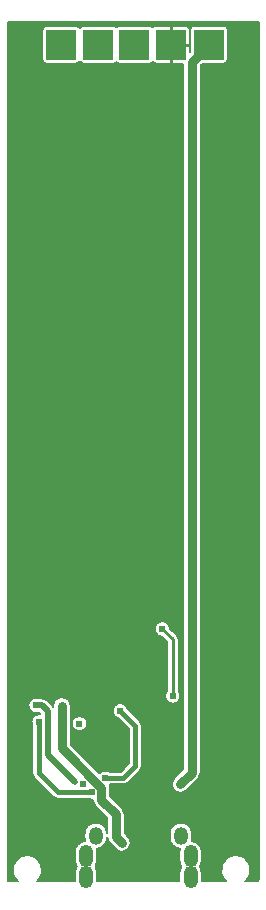
<source format=gbl>
G04 Layer: BottomLayer*
G04 EasyEDA Pro v2.2.38.8, 2025-05-13 16:51:06*
G04 Gerber Generator version 0.3*
G04 Scale: 100 percent, Rotated: No, Reflected: No*
G04 Dimensions in millimeters*
G04 Leading zeros omitted, absolute positions, 4 integers and 5 decimals*
%FSLAX45Y45*%
%MOMM*%
%ADD10C,0.2032*%
%ADD11C,0.254*%
%ADD12R,2.5X2.5*%
%ADD13O,1.2X1.5*%
%ADD14O,1.2X1.9*%
%ADD15C,0.61*%
%ADD16C,0.508*%
%ADD17C,0.381*%
%ADD18C,0.7673*%
%ADD19C,0.762*%
G75*


G04 Copper Start*
G36*
G01X3182793Y-6547306D02*
G01X2862400Y-6547529D01*
G01X2877804Y-6532014D01*
G01X2890285Y-6514063D01*
G01X2899465Y-6494220D01*
G01X2905065Y-6473086D01*
G01X2906916Y-6451302D01*
G01X2904962Y-6429526D01*
G01X2899261Y-6408419D01*
G01X2889987Y-6388620D01*
G01X2877421Y-6370728D01*
G01X2861943Y-6355287D01*
G01X2844022Y-6342763D01*
G01X2824201Y-6333536D01*
G01X2803080Y-6327886D01*
G01X2781300Y-6325984D01*
G01X2759520Y-6327886D01*
G01X2738399Y-6333536D01*
G01X2718578Y-6342763D01*
G01X2700657Y-6355287D01*
G01X2685179Y-6370728D01*
G01X2672613Y-6388620D01*
G01X2663339Y-6408419D01*
G01X2657638Y-6429526D01*
G01X2655684Y-6451302D01*
G01X2657535Y-6473086D01*
G01X2663135Y-6494220D01*
G01X2672315Y-6514063D01*
G01X2684796Y-6532014D01*
G01X2700200Y-6547529D01*
G01X2616074Y-6547529D01*
G01X2614456Y-6537723D01*
G01X2613914Y-6527800D01*
G01X2613914Y-4405494D01*
G01X3858249Y-4405494D01*
G01X3858663Y-4420845D01*
G01X3862596Y-4435690D01*
G01X3869839Y-4449231D01*
G01X3880002Y-4460744D01*
G01X3892541Y-4469610D01*
G01X3906782Y-4475354D01*
G01X3921964Y-4477669D01*
G01X3964686Y-4520391D01*
G01X3964686Y-4933190D01*
G01X3955588Y-4945561D01*
G01X3949579Y-4959694D01*
G01X3946982Y-4974829D01*
G01X3947936Y-4990156D01*
G01X3952390Y-5004853D01*
G01X3960106Y-5018131D01*
G01X3970668Y-5029278D01*
G01X3983511Y-5037697D01*
G01X3997947Y-5042936D01*
G01X4013200Y-5044714D01*
G01X4013200Y-5044714D01*
G01X4028453Y-5042936D01*
G01X4042889Y-5037697D01*
G01X4055732Y-5029278D01*
G01X4066294Y-5018131D01*
G01X4074010Y-5004853D01*
G01X4078464Y-4990156D01*
G01X4079418Y-4974829D01*
G01X4076821Y-4959694D01*
G01X4070812Y-4945561D01*
G01X4061714Y-4933190D01*
G01X4061714Y-4500296D01*
G01X4060061Y-4487739D01*
G01X4055214Y-4476039D01*
G01X4047505Y-4465991D01*
G01X3990573Y-4409060D01*
G01X3988259Y-4393878D01*
G01X3982514Y-4379636D01*
G01X3973648Y-4367098D01*
G01X3962136Y-4356935D01*
G01X3948594Y-4349692D01*
G01X3933750Y-4345758D01*
G01X3918399Y-4345345D01*
G01X3903364Y-4348473D01*
G01X3889452Y-4354976D01*
G01X3877409Y-4364505D01*
G01X3867880Y-4376548D01*
G01X3861378Y-4390460D01*
G01X3858249Y-4405494D01*
G01X2613914Y-4405494D01*
G01X2613914Y660357D01*
G01X2909184Y660357D01*
G01X2909184Y410357D01*
G01X2910937Y399290D01*
G01X2916024Y389306D01*
G01X2923947Y381383D01*
G01X2933931Y376296D01*
G01X2944998Y374543D01*
G01X3194998Y374543D01*
G01X3204630Y375862D01*
G01X3213552Y379723D01*
G01X3221107Y385842D01*
G01X3226738Y393767D01*
G01X3232369Y385842D01*
G01X3239924Y379723D01*
G01X3248846Y375862D01*
G01X3258477Y374543D01*
G01X3508477Y374543D01*
G01X3518807Y376065D01*
G01X3528259Y380502D01*
G01X3536030Y387477D01*
G01X3543800Y380502D01*
G01X3553252Y376065D01*
G01X3563582Y374543D01*
G01X3813582Y374543D01*
G01X3824411Y376219D01*
G01X3834226Y381091D01*
G01X3842109Y388703D01*
G01X3849991Y381091D01*
G01X3859806Y376219D01*
G01X3870635Y374543D01*
G01X4100021Y374543D01*
G01X4100021Y-5599849D01*
G01X4024435Y-5675435D01*
G01X4014115Y-5688375D01*
G01X4006934Y-5703288D01*
G01X4003251Y-5719424D01*
G01X4003251Y-5735976D01*
G01X4006934Y-5752112D01*
G01X4014115Y-5767025D01*
G01X4024435Y-5779965D01*
G01X4037375Y-5790285D01*
G01X4052288Y-5797466D01*
G01X4068424Y-5801149D01*
G01X4084976Y-5801149D01*
G01X4101112Y-5797466D01*
G01X4116025Y-5790285D01*
G01X4128965Y-5779965D01*
G01X4226200Y-5682730D01*
G01X4235393Y-5671529D01*
G01X4242223Y-5658750D01*
G01X4246429Y-5644885D01*
G01X4247849Y-5630465D01*
G01X4247849Y359848D01*
G01X4262544Y374543D01*
G01X4443828Y374543D01*
G01X4454895Y376296D01*
G01X4464879Y381383D01*
G01X4472802Y389306D01*
G01X4477889Y399290D01*
G01X4479642Y410357D01*
G01X4479642Y660357D01*
G01X4477889Y671424D01*
G01X4472802Y681408D01*
G01X4464879Y689331D01*
G01X4454895Y694418D01*
G01X4443828Y696171D01*
G01X4193828Y696171D01*
G01X4182761Y694418D01*
G01X4172777Y689331D01*
G01X4164854Y681408D01*
G01X4159767Y671424D01*
G01X4158014Y660357D01*
G01X4158014Y479073D01*
G01X4156449Y477508D01*
G01X4156449Y660357D01*
G01X4154696Y671424D01*
G01X4149609Y681408D01*
G01X4141686Y689331D01*
G01X4131702Y694418D01*
G01X4120635Y696171D01*
G01X3870635Y696171D01*
G01X3859806Y694494D01*
G01X3849991Y689622D01*
G01X3842109Y682011D01*
G01X3834226Y689622D01*
G01X3824411Y694494D01*
G01X3813582Y696171D01*
G01X3563582Y696171D01*
G01X3553252Y694649D01*
G01X3543800Y690212D01*
G01X3536030Y683237D01*
G01X3528259Y690212D01*
G01X3518807Y694649D01*
G01X3508477Y696171D01*
G01X3508477Y696171D01*
G01X3258477Y696171D01*
G01X3248846Y694851D01*
G01X3239924Y690990D01*
G01X3232369Y684872D01*
G01X3226738Y676947D01*
G01X3221107Y684872D01*
G01X3213552Y690990D01*
G01X3204630Y694851D01*
G01X3194998Y696171D01*
G01X2944998Y696171D01*
G01X2933931Y694418D01*
G01X2923947Y689331D01*
G01X2916024Y681408D01*
G01X2910937Y671424D01*
G01X2909184Y660357D01*
G01X2613914Y660357D01*
G01X2613914Y725008D01*
G01X4739386Y725008D01*
G01X4739386Y-6527800D01*
G01X4738844Y-6537723D01*
G01X4737226Y-6547529D01*
G01X4627700Y-6547529D01*
G01X4643104Y-6532014D01*
G01X4655585Y-6514063D01*
G01X4664765Y-6494220D01*
G01X4670365Y-6473086D01*
G01X4672216Y-6451302D01*
G01X4670262Y-6429526D01*
G01X4664561Y-6408419D01*
G01X4655287Y-6388620D01*
G01X4642721Y-6370728D01*
G01X4627243Y-6355287D01*
G01X4609322Y-6342763D01*
G01X4589501Y-6333536D01*
G01X4568380Y-6327886D01*
G01X4546600Y-6325984D01*
G01X4524820Y-6327886D01*
G01X4503699Y-6333536D01*
G01X4483878Y-6342763D01*
G01X4465957Y-6355287D01*
G01X4450479Y-6370728D01*
G01X4437913Y-6388620D01*
G01X4428639Y-6408419D01*
G01X4422938Y-6429526D01*
G01X4420984Y-6451302D01*
G01X4422835Y-6473086D01*
G01X4428435Y-6494220D01*
G01X4437615Y-6514063D01*
G01X4450096Y-6532014D01*
G01X4465500Y-6547529D01*
G01X4259407Y-6547529D01*
G01X4259407Y-6477306D01*
G01X4257623Y-6458899D01*
G01X4252335Y-6441178D01*
G01X4243742Y-6424803D01*
G01X4252335Y-6408428D01*
G01X4257623Y-6390707D01*
G01X4259407Y-6372300D01*
G01X4259407Y-6302300D01*
G01X4257771Y-6284669D01*
G01X4252918Y-6267640D01*
G01X4245015Y-6251794D01*
G01X4234331Y-6237674D01*
G01X4221230Y-6225761D01*
G01X4206162Y-6216462D01*
G01X4189639Y-6210094D01*
G01X4172227Y-6206876D01*
G01X4175731Y-6192269D01*
G01X4176908Y-6177294D01*
G01X4176908Y-6147294D01*
G01X4175067Y-6128602D01*
G01X4169615Y-6110628D01*
G01X4160761Y-6094063D01*
G01X4148845Y-6079543D01*
G01X4134326Y-6067628D01*
G01X4117761Y-6058774D01*
G01X4099787Y-6053321D01*
G01X4081094Y-6051480D01*
G01X4062402Y-6053321D01*
G01X4044428Y-6058774D01*
G01X4027863Y-6067628D01*
G01X4013344Y-6079543D01*
G01X4001428Y-6094063D01*
G01X3992574Y-6110628D01*
G01X3987121Y-6128602D01*
G01X3985280Y-6147294D01*
G01X3985280Y-6177294D01*
G01X3986917Y-6194925D01*
G01X3991769Y-6211954D01*
G01X3999673Y-6227800D01*
G01X4010357Y-6241920D01*
G01X4023457Y-6253833D01*
G01X4038526Y-6263132D01*
G01X4055048Y-6269500D01*
G01X4072461Y-6272718D01*
G01X4068957Y-6287325D01*
G01X4067780Y-6302300D01*
G01X4067780Y-6372300D01*
G01X4069564Y-6390707D01*
G01X4074852Y-6408428D01*
G01X4083445Y-6424803D01*
G01X4074852Y-6441178D01*
G01X4069564Y-6458899D01*
G01X4067780Y-6477306D01*
G01X4067780Y-6547306D01*
G01X3374420Y-6547529D01*
G01X3374420Y-6477306D01*
G01X3372636Y-6458899D01*
G01X3367348Y-6441178D01*
G01X3358755Y-6424803D01*
G01X3367348Y-6408428D01*
G01X3372636Y-6390707D01*
G01X3374420Y-6372300D01*
G01X3374420Y-6302300D01*
G01X3373243Y-6287325D01*
G01X3369739Y-6272718D01*
G01X3387062Y-6269525D01*
G01X3403508Y-6263215D01*
G01X3418520Y-6254000D01*
G01X3431592Y-6242194D01*
G01X3442282Y-6228194D01*
G01X3450228Y-6212473D01*
G01X3455162Y-6195564D01*
G01X3456917Y-6178037D01*
G01X3459088Y-6190890D01*
G01X3463483Y-6203162D01*
G01X3469966Y-6214471D01*
G01X3478335Y-6224465D01*
G01X3529135Y-6275265D01*
G01X3542075Y-6285585D01*
G01X3556988Y-6292766D01*
G01X3573124Y-6296449D01*
G01X3589676Y-6296449D01*
G01X3605812Y-6292766D01*
G01X3620725Y-6285585D01*
G01X3633665Y-6275265D01*
G01X3643985Y-6262325D01*
G01X3651166Y-6247412D01*
G01X3654849Y-6231276D01*
G01X3654849Y-6214724D01*
G01X3651166Y-6198588D01*
G01X3643985Y-6183675D01*
G01X3633665Y-6170735D01*
G01X3604514Y-6141584D01*
G01X3604514Y-5981203D01*
G01X3603094Y-5966783D01*
G01X3598888Y-5952917D01*
G01X3592057Y-5940139D01*
G01X3582865Y-5928938D01*
G01X3483257Y-5829330D01*
G01X3483257Y-5758346D01*
G01X3481819Y-5743836D01*
G01X3477560Y-5729890D01*
G01X3480125Y-5728233D01*
G01X3595276Y-5728233D01*
G01X3609476Y-5726364D01*
G01X3622708Y-5720883D01*
G01X3634071Y-5712164D01*
G01X3734495Y-5611740D01*
G01X3743214Y-5600377D01*
G01X3748695Y-5587145D01*
G01X3750564Y-5572945D01*
G01X3750564Y-5232400D01*
G01X3748695Y-5218200D01*
G01X3743214Y-5204968D01*
G01X3734495Y-5193605D01*
G01X3633834Y-5092944D01*
G01X3628984Y-5077770D01*
G01X3620655Y-5064191D01*
G01X3609328Y-5052989D01*
G01X3595657Y-5044812D01*
G01X3580430Y-5040132D01*
G01X3564526Y-5039217D01*
G01X3548863Y-5042122D01*
G01X3534345Y-5048679D01*
G01X3521809Y-5058509D01*
G01X3511979Y-5071045D01*
G01X3505422Y-5085563D01*
G01X3502517Y-5101226D01*
G01X3503432Y-5117130D01*
G01X3508112Y-5132357D01*
G01X3516289Y-5146028D01*
G01X3527491Y-5157355D01*
G01X3541070Y-5165684D01*
G01X3556244Y-5170534D01*
G01X3640836Y-5255125D01*
G01X3640836Y-5550220D01*
G01X3572551Y-5618505D01*
G01X3480127Y-5618505D01*
G01X3467331Y-5611728D01*
G01X3453370Y-5607890D01*
G01X3438908Y-5607174D01*
G01X3424635Y-5609613D01*
G01X3411232Y-5615092D01*
G01X3399338Y-5623350D01*
G01X3389519Y-5633992D01*
G01X3147314Y-5391787D01*
G01X3147314Y-5213306D01*
G01X3156553Y-5213306D01*
G01X3158480Y-5229176D01*
G01X3164149Y-5244123D01*
G01X3173230Y-5257280D01*
G01X3185196Y-5267881D01*
G01X3199352Y-5275311D01*
G01X3214874Y-5279136D01*
G01X3230860Y-5279136D01*
G01X3246382Y-5275311D01*
G01X3260538Y-5267881D01*
G01X3272504Y-5257280D01*
G01X3281585Y-5244123D01*
G01X3287254Y-5229176D01*
G01X3289181Y-5213306D01*
G01X3287254Y-5197436D01*
G01X3281585Y-5182488D01*
G01X3272504Y-5169331D01*
G01X3260538Y-5158730D01*
G01X3246382Y-5151301D01*
G01X3230860Y-5147475D01*
G01X3214874Y-5147475D01*
G01X3199352Y-5151301D01*
G01X3185196Y-5158730D01*
G01X3173230Y-5169331D01*
G01X3164149Y-5182488D01*
G01X3158480Y-5197436D01*
G01X3156553Y-5213306D01*
G01X3156553Y-5213306D01*
G01X3147314Y-5213306D01*
G01X3147314Y-5061102D01*
G01X3145461Y-5044655D01*
G01X3139994Y-5029032D01*
G01X3131188Y-5015018D01*
G01X3119485Y-5003314D01*
G01X3105470Y-4994508D01*
G01X3089847Y-4989042D01*
G01X3073400Y-4987188D01*
G01X3056953Y-4989042D01*
G01X3041330Y-4994508D01*
G01X3027315Y-5003314D01*
G01X3015612Y-5015018D01*
G01X3006806Y-5029032D01*
G01X3001339Y-5044655D01*
G01X2999486Y-5061102D01*
G01X2999486Y-5070234D01*
G01X2996421Y-5066935D01*
G01X2945621Y-5016135D01*
G01X2936345Y-5008522D01*
G01X2925762Y-5002866D01*
G01X2914279Y-4999382D01*
G01X2902337Y-4998206D01*
G01X2880932Y-4998206D01*
G01X2865466Y-4993870D01*
G01X2849411Y-4993380D01*
G01X2833708Y-4996764D01*
G01X2819281Y-5003824D01*
G01X2806974Y-5014147D01*
G01X2797510Y-5027125D01*
G01X2791444Y-5041999D01*
G01X2789133Y-5057894D01*
G01X2790711Y-5073879D01*
G01X2796086Y-5089016D01*
G01X2804943Y-5102416D01*
G01X2816762Y-5113294D01*
G01X2830849Y-5121010D01*
G01X2846379Y-5125114D01*
G01X2862440Y-5125362D01*
G01X2878089Y-5121742D01*
G01X2889757Y-5133410D01*
G01X2873983Y-5133450D01*
G01X2858664Y-5137214D01*
G01X2844668Y-5144490D01*
G01X2832787Y-5154866D01*
G01X2823692Y-5167754D01*
G01X2817898Y-5182426D01*
G01X2815734Y-5198051D01*
G01X2817321Y-5213746D01*
G01X2822570Y-5228621D01*
G01X2822569Y-5633333D01*
G01X2824439Y-5647533D01*
G01X2829920Y-5660765D01*
G01X2838639Y-5672128D01*
G01X2998363Y-5831852D01*
G01X3009725Y-5840571D01*
G01X3022957Y-5846052D01*
G01X3037157Y-5847921D01*
G01X3288294Y-5847921D01*
G01X3299114Y-5853877D01*
G01X3310851Y-5857723D01*
G01X3323097Y-5859326D01*
G01X3335429Y-5858630D01*
G01X3335429Y-5859946D01*
G01X3336849Y-5874366D01*
G01X3341055Y-5888232D01*
G01X3347886Y-5901010D01*
G01X3357078Y-5912211D01*
G01X3456686Y-6011819D01*
G01X3456686Y-6140606D01*
G01X3453329Y-6121309D01*
G01X3446118Y-6103098D01*
G01X3435354Y-6086734D01*
G01X3421488Y-6072901D01*
G01X3405098Y-6062177D01*
G01X3386870Y-6055009D01*
G01X3367565Y-6051698D01*
G01X3347990Y-6052382D01*
G01X3328963Y-6057032D01*
G01X3311280Y-6065455D01*
G01X3295679Y-6077297D01*
G01X3282812Y-6092064D01*
G01X3273216Y-6109140D01*
G01X3267294Y-6127810D01*
G01X3265292Y-6147294D01*
G01X3265292Y-6177294D01*
G01X3266469Y-6192269D01*
G01X3269973Y-6206876D01*
G01X3252561Y-6210094D01*
G01X3236038Y-6216462D01*
G01X3220970Y-6225761D01*
G01X3207869Y-6237674D01*
G01X3197185Y-6251794D01*
G01X3189282Y-6267640D01*
G01X3184429Y-6284669D01*
G01X3182793Y-6302300D01*
G01X3182793Y-6372300D01*
G01X3184577Y-6390707D01*
G01X3189865Y-6408428D01*
G01X3198458Y-6424803D01*
G01X3189865Y-6441178D01*
G01X3184577Y-6458899D01*
G01X3182793Y-6477306D01*
G01X3182793Y-6547306D01*
G37*
G54D10*
G01X3182793Y-6547306D02*
G01X2862400Y-6547529D01*
G03X2781300Y-6325984I-81100J95929D01*
G03X2700200Y-6547529I0J-125616D01*
G01X2616074Y-6547529D01*
G02X2613914Y-6527800I89026J19729D01*
G01X2613914Y725008D01*
G01X4739386Y725008D01*
G01X4739386Y-6527800D01*
G02X4737226Y-6547529I-91186J0D01*
G01X4627700Y-6547529D01*
G03X4546600Y-6325984I-81100J95929D01*
G03X4465500Y-6547529I0J-125616D01*
G01X4259407Y-6547529D01*
G01X4259407Y-6477306D01*
G03X4243742Y-6424803I-95814J0D01*
G03X4259407Y-6372300I-80148J52503D01*
G01X4259407Y-6302300D01*
G03X4172227Y-6206876I-95814J0D01*
G03X4176908Y-6177294I-91133J29582D01*
G01X4176908Y-6147294D01*
G03X3985280Y-6147294I-95814J0D01*
G01X3985280Y-6177294D01*
G03X4072461Y-6272718I95814J0D01*
G03X4067780Y-6302300I91133J-29582D01*
G01X4067780Y-6372300D01*
G03X4083445Y-6424803I95814J0D01*
G03X4067780Y-6477306I80148J-52503D01*
G01X4067780Y-6547306D01*
G01X3374420Y-6547529D01*
G01X3374420Y-6477306D01*
G03X3358755Y-6424803I-95814J0D01*
G03X3374420Y-6372300I-80148J52503D01*
G01X3374420Y-6302300D01*
G03X3369739Y-6272718I-95814J0D01*
G03X3456917Y-6178037I-8634J95424D01*
G03X3478335Y-6224465I73683J5837D01*
G01X3529135Y-6275265D01*
G03X3633665Y-6170735I52265J52265D01*
G01X3604514Y-6141584D01*
G01X3604514Y-5981203D01*
G03X3582865Y-5928938I-73914J0D01*
G01X3483257Y-5829330D01*
G01X3483257Y-5758346D01*
G03X3477560Y-5729890I-73914J0D01*
G03X3480125Y-5728233I-34683J56521D01*
G01X3595276Y-5728233D01*
G03X3634071Y-5712164I0J54864D01*
G01X3734495Y-5611740D01*
G03X3750564Y-5572945I-38795J38795D01*
G01X3750564Y-5232400D01*
G03X3734495Y-5193605I-54864J0D01*
G01X3633834Y-5092944D01*
G03X3521809Y-5058509I-65134J-12456D01*
G03X3556244Y-5170534I46891J-46891D01*
G01X3640836Y-5255125D01*
G01X3640836Y-5550220D01*
G01X3572551Y-5618505D01*
G01X3480127Y-5618505D01*
G03X3389519Y-5633992I-37250J-54863D01*
G01X3147314Y-5391787D01*
G01X3147314Y-5061102D01*
G03X2999486Y-5061102I-73914J0D01*
G01X2999486Y-5070234D01*
G03X2996421Y-5066935I-46349J-39986D01*
G01X2945621Y-5016135D01*
G03X2902337Y-4998206I-43285J-43285D01*
G01X2880932Y-4998206D01*
G03X2789133Y-5057894I-25503J-61214D01*
G03X2878089Y-5121742I66297J-1526D01*
G01X2889757Y-5133410D01*
G03X2822570Y-5228621I-7721J-65863D01*
G01X2822569Y-5633333D01*
G03X2838639Y-5672128I54864J0D01*
G01X2998363Y-5831852D01*
G03X3037157Y-5847921I38795J38795D01*
G01X3288294Y-5847921D01*
G03X3335429Y-5858630I37249J54864D01*
G01X3335429Y-5859946D01*
G03X3357078Y-5912211I73914J0D01*
G01X3456686Y-6011819D01*
G01X3456686Y-6140606D01*
G03X3265292Y-6147294I-95580J-6688D01*
G01X3265292Y-6177294D01*
G03X3269973Y-6206876I95814J0D01*
G03X3182793Y-6302300I8634J-95424D01*
G01X3182793Y-6372300D01*
G03X3198458Y-6424803I95814J0D01*
G03X3182793Y-6477306I80148J-52503D01*
G01X3182793Y-6547306D01*
G01X3508477Y696171D02*
G01X3258477Y696171D01*
G03X3226738Y676947I0J-35814D01*
G03X3194998Y696171I-31740J-16590D01*
G01X2944998Y696171D01*
G03X2909184Y660357I0J-35814D01*
G01X2909184Y410357D01*
G03X2944998Y374543I35814J0D01*
G01X3194998Y374543D01*
G03X3226738Y393767I0J35814D01*
G03X3258477Y374543I31740J16590D01*
G01X3508477Y374543D01*
G03X3536030Y387477I0J35814D01*
G03X3563582Y374543I27553J22880D01*
G01X3813582Y374543D01*
G03X3842109Y388703I0J35814D01*
G03X3870635Y374543I28526J21654D01*
G01X4100021Y374543D01*
G01X4100021Y-5599849D01*
G01X4024435Y-5675435D01*
G03X4128965Y-5779965I52265J-52265D01*
G01X4226200Y-5682730D01*
G03X4247849Y-5630465I-52265J52265D01*
G01X4247849Y359848D01*
G01X4262544Y374543D01*
G01X4443828Y374543D01*
G03X4479642Y410357I0J35814D01*
G01X4479642Y660357D01*
G03X4443828Y696171I-35814J0D01*
G01X4193828Y696171D01*
G03X4158014Y660357I0J-35814D01*
G01X4158014Y479073D01*
G01X4156449Y477508D01*
G01X4156449Y660357D01*
G03X4120635Y696171I-35814J0D01*
G01X3870635Y696171D01*
G03X3842109Y682011I0J-35814D01*
G03X3813582Y696171I-28526J-21654D01*
G01X3563582Y696171D01*
G03X3536030Y683237I0J-35814D01*
G03X3508477Y696171I-27553J-22880D01*
G01X3156553Y-5213306D02*
G03X3289181Y-5213306I66314J0D01*
G03X3156553Y-5213306I-66314J0D01*
G01X4013200Y-5044714D02*
G03X4061714Y-4933190I0J66314D01*
G01X4061714Y-4500296D01*
G03X4047505Y-4465991I-48514J0D01*
G01X3990573Y-4409060D01*
G03X3877409Y-4364505I-66273J-2336D01*
G03X3921964Y-4477669I46891J-46891D01*
G01X3964686Y-4520391D01*
G01X3964686Y-4933190D01*
G03X4013200Y-5044714I48514J-45210D01*
G54D11*
G01X4120381Y535357D02*
G01X4146289Y535357D01*
G01X3995635Y660103D02*
G01X3995635Y686011D01*
G01X3995635Y410611D02*
G01X3995635Y384703D01*
G04 Copper End*

G04 Pad Start*
G54D12*
G01X4318828Y535357D03*
G01X3688582Y535357D03*
G01X3383477Y535357D03*
G01X3995635Y535357D03*
G01X3069998Y535357D03*
G54D13*
G01X3361106Y-6162294D03*
G01X4081094Y-6162294D03*
G54D14*
G01X4163593Y-6512306D03*
G01X3278607Y-6512306D03*
G01X3278607Y-6337300D03*
G01X4163593Y-6337300D03*
G04 Pad End*

G04 Via Start*
G54D15*
G01X3255725Y-5723239D03*
G54D16*
G01X3184734Y-5710986D03*
G54D15*
G01X2855429Y-5059420D03*
G01X3222867Y-5213306D03*
G01X2882036Y-5199273D03*
G01X3325543Y-5793057D03*
G01X3073400Y-5061102D03*
G01X3581400Y-6223000D03*
G01X3442877Y-5673369D03*
G01X3568700Y-5105400D03*
G01X3924300Y-4411396D03*
G01X4013200Y-4978400D03*
G01X4076700Y-5727700D03*
G01X2867914Y-6279397D03*
G01X2867914Y-6025397D03*
G01X2867914Y-4755397D03*
G01X2867914Y-3993397D03*
G01X2867914Y-3739397D03*
G01X2867914Y-3485397D03*
G01X2867914Y-3231397D03*
G01X2867914Y-2977397D03*
G01X2867914Y-2469397D03*
G01X2867914Y-2215397D03*
G01X2867914Y-1961397D03*
G01X2867914Y-1707397D03*
G01X2867914Y-1453397D03*
G01X2867914Y-1199397D03*
G01X2867914Y-945397D03*
G01X2867914Y-691397D03*
G01X2867914Y-437397D03*
G01X2867914Y-183397D03*
G01X2867914Y70603D03*
G01X2867914Y324603D03*
G01X2867914Y578603D03*
G01X3121914Y-6279397D03*
G01X3121914Y-3993397D03*
G01X3121914Y-3739397D03*
G01X3121914Y-3485397D03*
G01X3121914Y-3231397D03*
G01X3121914Y-2977397D03*
G01X3121914Y-2469397D03*
G01X3121914Y-2215397D03*
G01X3121914Y-1961397D03*
G01X3121914Y-1707397D03*
G01X3375914Y-3993397D03*
G01X3375914Y-3739397D03*
G01X3375914Y-3485397D03*
G01X3375914Y-3231397D03*
G01X3375914Y-2977397D03*
G01X3375914Y-2215397D03*
G01X3375914Y-183397D03*
G01X3629914Y-4755397D03*
G01X3629914Y-3993397D03*
G01X3629914Y-3739397D03*
G01X3629914Y-3485397D03*
G01X3629914Y-3231397D03*
G01X3629914Y-2977397D03*
G01X3629914Y-2469397D03*
G01X3629914Y70603D03*
G01X3629914Y324603D03*
G01X3883914Y-6025397D03*
G01X3883914Y-5517397D03*
G01X3883914Y-5263397D03*
G01X3883914Y-4755397D03*
G01X3883914Y-3993397D03*
G01X3883914Y-3739397D03*
G01X3883914Y-3485397D03*
G01X3883914Y-3231397D03*
G01X3883914Y-2977397D03*
G01X3883914Y-2215397D03*
G01X3883914Y-691397D03*
G01X3883914Y70603D03*
G01X3883914Y324603D03*
G01X4137914Y-6025397D03*
G01X4391914Y-6279397D03*
G01X4391914Y-6025397D03*
G01X4391914Y-5771397D03*
G01X4391914Y-3993397D03*
G01X4391914Y-3739397D03*
G01X4391914Y-3485397D03*
G01X4391914Y-3231397D03*
G01X4391914Y-2977397D03*
G01X4391914Y-1199397D03*
G01X4391914Y-945397D03*
G01X4391914Y-691397D03*
G01X4391914Y-437397D03*
G01X4391914Y-183397D03*
G01X4391914Y70603D03*
G01X4391914Y324603D03*
G01X4645914Y-6279397D03*
G01X4645914Y-6025397D03*
G01X4645914Y-5771397D03*
G01X4645914Y-5517397D03*
G01X4645914Y-5263397D03*
G01X4645914Y-5009397D03*
G01X4645914Y-4501397D03*
G01X4645914Y-4247397D03*
G01X4645914Y-3993397D03*
G01X4645914Y-3739397D03*
G01X4645914Y-3485397D03*
G01X4645914Y-3231397D03*
G01X4645914Y-2977397D03*
G01X4645914Y-2723397D03*
G01X4645914Y-2469397D03*
G01X4645914Y-2215397D03*
G01X4645914Y-1961397D03*
G01X4645914Y-1707397D03*
G01X4645914Y-1453397D03*
G01X4645914Y-1199397D03*
G01X4645914Y-945397D03*
G01X4645914Y-691397D03*
G01X4645914Y-437397D03*
G01X4645914Y-183397D03*
G01X4645914Y70603D03*
G01X4645914Y324603D03*
G01X4645914Y578603D03*
G01X3375052Y-1061317D03*
G01X3629052Y-807317D03*
G01X3629052Y-1569317D03*
G01X3883052Y-1569317D03*
G01X3384702Y-4914900D03*
G01X3384702Y-5092700D03*
G01X3314705Y-5347408D03*
G01X3212049Y-5347408D03*
G01X3219052Y-5422484D03*
G01X3315481Y-5422490D03*
G01X3315481Y-5499997D03*
G01X4343400Y-4851400D03*
G01X4343400Y-4933324D03*
G01X4267594Y-4882474D03*
G01X2731364Y-5499100D03*
G01X2727199Y-5664199D03*
G01X3594100Y-5555203D03*
G01X3594100Y-5461729D03*
G01X3540269Y-5505246D03*
G04 Via End*

G04 Track Start*
G54D17*
G01X2882036Y-5199273D02*
G01X2877434Y-5203876D01*
G01X2877433Y-5633333D01*
G54D16*
G01X2953137Y-5110220D02*
G01X2902337Y-5059420D01*
G01X2855429Y-5059420D01*
G01X3184734Y-5710986D02*
G01X2953137Y-5479389D01*
G01X2953137Y-5110220D01*
G54D17*
G01X2877433Y-5633333D02*
G01X3037157Y-5793057D01*
G01X3325543Y-5793057D01*
G54D19*
G01X3409343Y-5758346D02*
G01X3409343Y-5859946D01*
G01X3530600Y-5981203D01*
G01X3530600Y-6172200D01*
G01X3581400Y-6223000D01*
G01X3073400Y-5061102D02*
G01X3073400Y-5422403D01*
G01X3409343Y-5758346D01*
G54D11*
G01X4013200Y-4500296D02*
G01X3924300Y-4411396D01*
G01X4013200Y-4978400D02*
G01X4013200Y-4500296D01*
G54D19*
G01X4173935Y390464D02*
G01X4318828Y535357D01*
G01X4173935Y-5630465D02*
G01X4173935Y390464D01*
G01X4076700Y-5727700D02*
G01X4173935Y-5630465D01*
G54D17*
G01X3595276Y-5673369D02*
G01X3695700Y-5572945D01*
G01X3695700Y-5232400D01*
G01X3442876Y-5673369D02*
G01X3595276Y-5673369D01*
G01X3695700Y-5232400D02*
G01X3568700Y-5105400D01*
G04 Track End*

M02*


</source>
